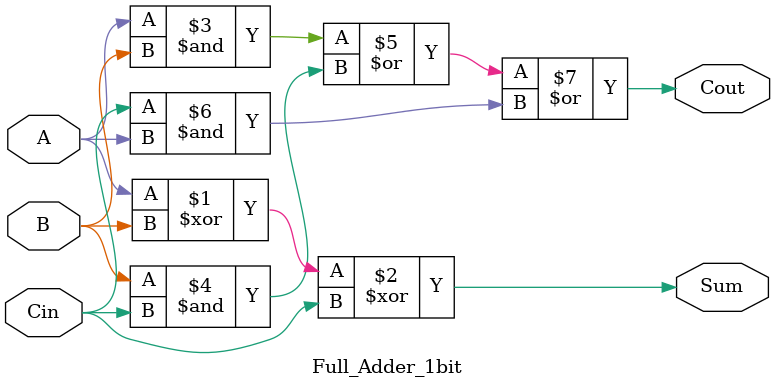
<source format=v>
`timescale 1ns / 1ps

module Full_Adder_1bit(
    input A,
    input B,
    input Cin,
    output Sum,
    output Cout
    );
    
    assign Sum = A ^ B ^ Cin;
    assign Cout = (A & B)|(B & Cin)|(Cin & A);
endmodule

</source>
